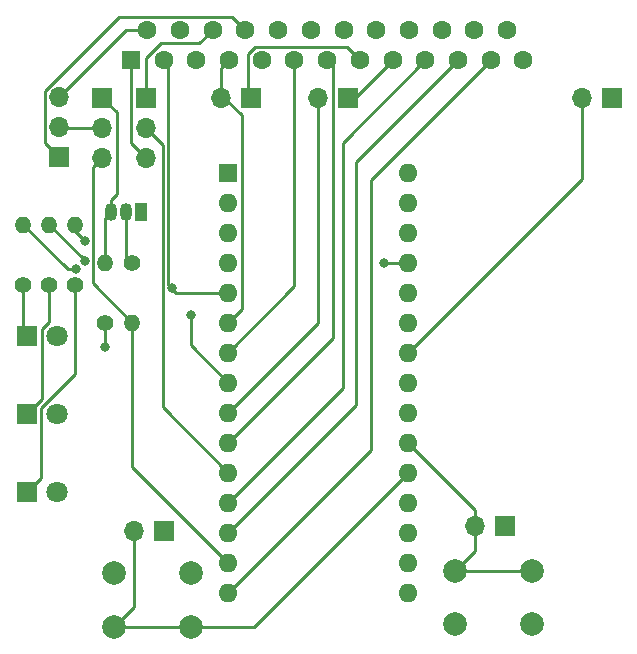
<source format=gbr>
%TF.GenerationSoftware,KiCad,Pcbnew,5.1.6-c6e7f7d~87~ubuntu20.04.1*%
%TF.CreationDate,2020-09-12T20:51:55+02:00*%
%TF.ProjectId,arduino-2-tb6560-4axis,61726475-696e-46f2-9d32-2d7462363536,rev?*%
%TF.SameCoordinates,Original*%
%TF.FileFunction,Copper,L1,Top*%
%TF.FilePolarity,Positive*%
%FSLAX46Y46*%
G04 Gerber Fmt 4.6, Leading zero omitted, Abs format (unit mm)*
G04 Created by KiCad (PCBNEW 5.1.6-c6e7f7d~87~ubuntu20.04.1) date 2020-09-12 20:51:55*
%MOMM*%
%LPD*%
G01*
G04 APERTURE LIST*
%TA.AperFunction,ComponentPad*%
%ADD10O,1.400000X1.400000*%
%TD*%
%TA.AperFunction,ComponentPad*%
%ADD11C,1.400000*%
%TD*%
%TA.AperFunction,ComponentPad*%
%ADD12C,1.800000*%
%TD*%
%TA.AperFunction,ComponentPad*%
%ADD13R,1.800000X1.800000*%
%TD*%
%TA.AperFunction,ComponentPad*%
%ADD14C,2.000000*%
%TD*%
%TA.AperFunction,ComponentPad*%
%ADD15O,1.700000X1.700000*%
%TD*%
%TA.AperFunction,ComponentPad*%
%ADD16R,1.700000X1.700000*%
%TD*%
%TA.AperFunction,ComponentPad*%
%ADD17R,1.050000X1.500000*%
%TD*%
%TA.AperFunction,ComponentPad*%
%ADD18O,1.050000X1.500000*%
%TD*%
%TA.AperFunction,ComponentPad*%
%ADD19C,1.600000*%
%TD*%
%TA.AperFunction,ComponentPad*%
%ADD20R,1.600000X1.600000*%
%TD*%
%TA.AperFunction,ComponentPad*%
%ADD21O,1.600000X1.600000*%
%TD*%
%TA.AperFunction,ViaPad*%
%ADD22C,0.800000*%
%TD*%
%TA.AperFunction,Conductor*%
%ADD23C,0.250000*%
%TD*%
G04 APERTURE END LIST*
D10*
%TO.P,R5,2*%
%TO.N,Z_STEP*%
X128701800Y-70472300D03*
D11*
%TO.P,R5,1*%
%TO.N,Net-(D3-Pad1)*%
X128701800Y-75552300D03*
%TD*%
D10*
%TO.P,R4,2*%
%TO.N,Y_STEP*%
X130886200Y-70472300D03*
D11*
%TO.P,R4,1*%
%TO.N,Net-(D2-Pad1)*%
X130886200Y-75552300D03*
%TD*%
D10*
%TO.P,R3,2*%
%TO.N,X_STEP*%
X133083300Y-70472300D03*
D11*
%TO.P,R3,1*%
%TO.N,Net-(D1-Pad1)*%
X133083300Y-75552300D03*
%TD*%
D12*
%TO.P,D3,2*%
%TO.N,GND*%
X131521200Y-79908400D03*
D13*
%TO.P,D3,1*%
%TO.N,Net-(D3-Pad1)*%
X128981200Y-79908400D03*
%TD*%
D12*
%TO.P,D2,2*%
%TO.N,GND*%
X131521200Y-86499700D03*
D13*
%TO.P,D2,1*%
%TO.N,Net-(D2-Pad1)*%
X128981200Y-86499700D03*
%TD*%
D12*
%TO.P,D1,2*%
%TO.N,GND*%
X131521200Y-93091000D03*
D13*
%TO.P,D1,1*%
%TO.N,Net-(D1-Pad1)*%
X128981200Y-93091000D03*
%TD*%
D14*
%TO.P,SW2,1*%
%TO.N,CYCLE_START_RESUME*%
X171777800Y-99771200D03*
%TO.P,SW2,2*%
%TO.N,GND*%
X171777800Y-104271200D03*
%TO.P,SW2,1*%
%TO.N,CYCLE_START_RESUME*%
X165277800Y-99771200D03*
%TO.P,SW2,2*%
%TO.N,GND*%
X165277800Y-104271200D03*
%TD*%
%TO.P,SW1,1*%
%TO.N,FEED_HOLD*%
X136387700Y-104482900D03*
%TO.P,SW1,2*%
%TO.N,GND*%
X136387700Y-99982900D03*
%TO.P,SW1,1*%
%TO.N,FEED_HOLD*%
X142887700Y-104482900D03*
%TO.P,SW1,2*%
%TO.N,GND*%
X142887700Y-99982900D03*
%TD*%
D15*
%TO.P,J9,2*%
%TO.N,CYCLE_START_RESUME*%
X166966900Y-95923100D03*
D16*
%TO.P,J9,1*%
%TO.N,GND*%
X169506900Y-95923100D03*
%TD*%
D15*
%TO.P,J8,2*%
%TO.N,FEED_HOLD*%
X138049000Y-96405700D03*
D16*
%TO.P,J8,1*%
%TO.N,GND*%
X140589000Y-96405700D03*
%TD*%
D15*
%TO.P,J7,3*%
%TO.N,SPINDLE_PWM*%
X135382000Y-64770000D03*
%TO.P,J7,2*%
%TO.N,SPINDLE_PWM_SELECT*%
X135382000Y-62230000D03*
D16*
%TO.P,J7,1*%
%TO.N,SPINDLE_PWM_INVERTED*%
X135382000Y-59690000D03*
%TD*%
D10*
%TO.P,R2,2*%
%TO.N,SPINDLE_PWM_INVERTED*%
X135636000Y-73660000D03*
D11*
%TO.P,R2,1*%
%TO.N,VCC*%
X135636000Y-78740000D03*
%TD*%
D10*
%TO.P,R1,2*%
%TO.N,SPINDLE_PWM*%
X137922000Y-78740000D03*
D11*
%TO.P,R1,1*%
%TO.N,Net-(Q1-Pad2)*%
X137922000Y-73660000D03*
%TD*%
D15*
%TO.P,J6,2*%
%TO.N,PROBE*%
X176022000Y-59690000D03*
D16*
%TO.P,J6,1*%
%TO.N,GND*%
X178562000Y-59690000D03*
%TD*%
D17*
%TO.P,Q1,1*%
%TO.N,GND*%
X138684000Y-69342000D03*
D18*
%TO.P,Q1,3*%
%TO.N,SPINDLE_PWM_INVERTED*%
X136144000Y-69342000D03*
%TO.P,Q1,2*%
%TO.N,Net-(Q1-Pad2)*%
X137414000Y-69342000D03*
%TD*%
D15*
%TO.P,J5,3*%
%TO.N,SPINDLE_ENABLE_14*%
X131711700Y-59664600D03*
%TO.P,J5,2*%
%TO.N,SPINDLE_PWM_SELECT*%
X131711700Y-62204600D03*
D16*
%TO.P,J5,1*%
%TO.N,SPINDLE_ENABLE_17*%
X131711700Y-64744600D03*
%TD*%
D15*
%TO.P,J4,2*%
%TO.N,Y_DIR*%
X153670000Y-59690000D03*
D16*
%TO.P,J4,1*%
%TO.N,A_DIR*%
X156210000Y-59690000D03*
%TD*%
D15*
%TO.P,J3,2*%
%TO.N,Y_STEP*%
X145415000Y-59690000D03*
D16*
%TO.P,J3,1*%
%TO.N,A_STEP*%
X147955000Y-59690000D03*
%TD*%
D15*
%TO.P,J2,3*%
%TO.N,DISABLE_STEPPER_1*%
X139065000Y-64770000D03*
%TO.P,J2,2*%
%TO.N,DISABLE_STEPPER*%
X139065000Y-62230000D03*
D16*
%TO.P,J2,1*%
%TO.N,DISABLE_STEPPER_16*%
X139065000Y-59690000D03*
%TD*%
D19*
%TO.P,J1,25*%
%TO.N,GND*%
X169650000Y-53975000D03*
%TO.P,J1,24*%
X166880000Y-53975000D03*
%TO.P,J1,23*%
X164110000Y-53975000D03*
%TO.P,J1,22*%
X161340000Y-53975000D03*
%TO.P,J1,21*%
X158570000Y-53975000D03*
%TO.P,J1,20*%
X155800000Y-53975000D03*
%TO.P,J1,19*%
X153030000Y-53975000D03*
%TO.P,J1,18*%
X150260000Y-53975000D03*
%TO.P,J1,17*%
%TO.N,SPINDLE_ENABLE_17*%
X147490000Y-53975000D03*
%TO.P,J1,16*%
%TO.N,DISABLE_STEPPER_16*%
X144720000Y-53975000D03*
%TO.P,J1,15*%
%TO.N,Net-(J1-Pad15)*%
X141950000Y-53975000D03*
%TO.P,J1,14*%
%TO.N,SPINDLE_ENABLE_14*%
X139180000Y-53975000D03*
%TO.P,J1,13*%
%TO.N,Net-(J1-Pad13)*%
X171035000Y-56515000D03*
%TO.P,J1,12*%
%TO.N,Z_LIMIT*%
X168265000Y-56515000D03*
%TO.P,J1,11*%
%TO.N,Y_LIMIT*%
X165495000Y-56515000D03*
%TO.P,J1,10*%
%TO.N,X_LIMIT*%
X162725000Y-56515000D03*
%TO.P,J1,9*%
%TO.N,A_DIR*%
X159955000Y-56515000D03*
%TO.P,J1,8*%
%TO.N,A_STEP*%
X157185000Y-56515000D03*
%TO.P,J1,7*%
%TO.N,Z_DIR*%
X154415000Y-56515000D03*
%TO.P,J1,6*%
%TO.N,Z_STEP*%
X151645000Y-56515000D03*
%TO.P,J1,5*%
%TO.N,Y_DIR*%
X148875000Y-56515000D03*
%TO.P,J1,4*%
%TO.N,Y_STEP*%
X146105000Y-56515000D03*
%TO.P,J1,3*%
%TO.N,X_DIR*%
X143335000Y-56515000D03*
%TO.P,J1,2*%
%TO.N,X_STEP*%
X140565000Y-56515000D03*
D20*
%TO.P,J1,1*%
%TO.N,DISABLE_STEPPER_1*%
X137795000Y-56515000D03*
%TD*%
D21*
%TO.P,A1,16*%
%TO.N,Net-(A1-Pad16)*%
X161290000Y-101600000D03*
%TO.P,A1,15*%
%TO.N,Z_LIMIT*%
X146050000Y-101600000D03*
%TO.P,A1,30*%
%TO.N,Net-(A1-Pad30)*%
X161290000Y-66040000D03*
%TO.P,A1,14*%
%TO.N,SPINDLE_PWM*%
X146050000Y-99060000D03*
%TO.P,A1,29*%
%TO.N,Net-(A1-Pad29)*%
X161290000Y-68580000D03*
%TO.P,A1,13*%
%TO.N,Y_LIMIT*%
X146050000Y-96520000D03*
%TO.P,A1,28*%
%TO.N,Net-(A1-Pad28)*%
X161290000Y-71120000D03*
%TO.P,A1,12*%
%TO.N,X_LIMIT*%
X146050000Y-93980000D03*
%TO.P,A1,27*%
%TO.N,VCC*%
X161290000Y-73660000D03*
%TO.P,A1,11*%
%TO.N,DISABLE_STEPPER*%
X146050000Y-91440000D03*
%TO.P,A1,26*%
%TO.N,Net-(A1-Pad26)*%
X161290000Y-76200000D03*
%TO.P,A1,10*%
%TO.N,Z_DIR*%
X146050000Y-88900000D03*
%TO.P,A1,25*%
%TO.N,Net-(A1-Pad25)*%
X161290000Y-78740000D03*
%TO.P,A1,9*%
%TO.N,Y_DIR*%
X146050000Y-86360000D03*
%TO.P,A1,24*%
%TO.N,PROBE*%
X161290000Y-81280000D03*
%TO.P,A1,8*%
%TO.N,X_DIR*%
X146050000Y-83820000D03*
%TO.P,A1,23*%
%TO.N,Net-(A1-Pad23)*%
X161290000Y-83820000D03*
%TO.P,A1,7*%
%TO.N,Z_STEP*%
X146050000Y-81280000D03*
%TO.P,A1,22*%
%TO.N,Net-(A1-Pad22)*%
X161290000Y-86360000D03*
%TO.P,A1,6*%
%TO.N,Y_STEP*%
X146050000Y-78740000D03*
%TO.P,A1,21*%
%TO.N,CYCLE_START_RESUME*%
X161290000Y-88900000D03*
%TO.P,A1,5*%
%TO.N,X_STEP*%
X146050000Y-76200000D03*
%TO.P,A1,20*%
%TO.N,FEED_HOLD*%
X161290000Y-91440000D03*
%TO.P,A1,4*%
%TO.N,GND*%
X146050000Y-73660000D03*
%TO.P,A1,19*%
%TO.N,Net-(A1-Pad19)*%
X161290000Y-93980000D03*
%TO.P,A1,3*%
%TO.N,Net-(A1-Pad3)*%
X146050000Y-71120000D03*
%TO.P,A1,18*%
%TO.N,Net-(A1-Pad18)*%
X161290000Y-96520000D03*
%TO.P,A1,2*%
%TO.N,Net-(A1-Pad2)*%
X146050000Y-68580000D03*
%TO.P,A1,17*%
%TO.N,Net-(A1-Pad17)*%
X161290000Y-99060000D03*
D20*
%TO.P,A1,1*%
%TO.N,Net-(A1-Pad1)*%
X146050000Y-66040000D03*
%TD*%
D22*
%TO.N,Y_DIR*%
X153670000Y-59690000D03*
%TO.N,X_DIR*%
X142875000Y-78105000D03*
%TO.N,Z_STEP*%
X133177579Y-74213394D03*
%TO.N,Y_STEP*%
X133885999Y-73507600D03*
%TO.N,X_STEP*%
X133885999Y-71818500D03*
X141244990Y-75793600D03*
%TO.N,VCC*%
X159258000Y-73660000D03*
X135636000Y-80772000D03*
%TD*%
D23*
%TO.N,Z_LIMIT*%
X158115000Y-66665000D02*
X168265000Y-56515000D01*
X158115000Y-89535000D02*
X158115000Y-86487000D01*
X158115000Y-86487000D02*
X158115000Y-86995000D01*
X146050000Y-101600000D02*
X158115000Y-89535000D01*
X158115000Y-66665000D02*
X158115000Y-86487000D01*
%TO.N,Y_LIMIT*%
X156845000Y-65165000D02*
X165495000Y-56515000D01*
X156845000Y-85725000D02*
X146050000Y-96520000D01*
X156845000Y-65165000D02*
X156845000Y-85725000D01*
%TO.N,X_LIMIT*%
X155740000Y-63500000D02*
X162725000Y-56515000D01*
X155740000Y-84290000D02*
X146050000Y-93980000D01*
X155740000Y-63500000D02*
X155740000Y-84290000D01*
%TO.N,DISABLE_STEPPER*%
X140519990Y-63684990D02*
X139065000Y-62230000D01*
X140519990Y-85909990D02*
X140519990Y-63684990D01*
X146050000Y-91440000D02*
X140519990Y-85909990D01*
%TO.N,Z_DIR*%
X154940000Y-57040000D02*
X154415000Y-56515000D01*
X154940000Y-80010000D02*
X154940000Y-57040000D01*
X146050000Y-88900000D02*
X154940000Y-80010000D01*
%TO.N,Y_DIR*%
X153670000Y-78740000D02*
X153670000Y-59690000D01*
X146050000Y-86360000D02*
X153670000Y-78740000D01*
%TO.N,X_DIR*%
X142875000Y-80645000D02*
X142875000Y-78105000D01*
X146050000Y-83820000D02*
X142875000Y-80645000D01*
%TO.N,Z_STEP*%
X151645000Y-75685000D02*
X146050000Y-81280000D01*
X151645000Y-56515000D02*
X151645000Y-75685000D01*
X132442894Y-74213394D02*
X133177579Y-74213394D01*
X128701800Y-70472300D02*
X132442894Y-74213394D01*
%TO.N,Y_STEP*%
X146050000Y-78740000D02*
X147175001Y-77614999D01*
X145669998Y-59690000D02*
X145415000Y-59690000D01*
X147175001Y-61195003D02*
X145669998Y-59690000D01*
X147175001Y-77614999D02*
X147175001Y-61195003D01*
X145415000Y-57205000D02*
X146105000Y-56515000D01*
X145415000Y-59690000D02*
X145415000Y-57205000D01*
X133885999Y-73472099D02*
X133885999Y-73507600D01*
X130886200Y-70472300D02*
X133885999Y-73472099D01*
%TO.N,X_STEP*%
X140335000Y-56745000D02*
X140565000Y-56515000D01*
X146050000Y-76200000D02*
X141605000Y-76200000D01*
X140970000Y-75565000D02*
X140970000Y-56920000D01*
X141605000Y-76200000D02*
X140970000Y-75565000D01*
X133083300Y-70472300D02*
X133083300Y-70888801D01*
X133083300Y-71015801D02*
X133885999Y-71818500D01*
X133083300Y-70472300D02*
X133083300Y-71015801D01*
%TO.N,DISABLE_STEPPER_16*%
X143594999Y-55100001D02*
X144720000Y-53975000D01*
X140314997Y-55100001D02*
X143594999Y-55100001D01*
X139065000Y-56349998D02*
X140314997Y-55100001D01*
X139065000Y-59690000D02*
X139065000Y-56349998D01*
%TO.N,DISABLE_STEPPER_1*%
X137160000Y-56515000D02*
X137795000Y-56515000D01*
X137795000Y-63500000D02*
X139065000Y-64770000D01*
X137795000Y-56515000D02*
X137795000Y-63500000D01*
%TO.N,A_DIR*%
X156780000Y-59690000D02*
X159955000Y-56515000D01*
X156210000Y-59690000D02*
X156780000Y-59690000D01*
%TO.N,A_STEP*%
X156059999Y-55389999D02*
X157185000Y-56515000D01*
X148334999Y-55389999D02*
X156059999Y-55389999D01*
X147749999Y-55974999D02*
X148334999Y-55389999D01*
X147749999Y-59484999D02*
X147749999Y-55974999D01*
X147955000Y-59690000D02*
X147749999Y-59484999D01*
%TO.N,SPINDLE_ENABLE_17*%
X146364999Y-52849999D02*
X147490000Y-53975000D01*
X130536699Y-59100599D02*
X136787299Y-52849999D01*
X136787299Y-52849999D02*
X146364999Y-52849999D01*
X130536699Y-63569599D02*
X130536699Y-59100599D01*
X131711700Y-64744600D02*
X130536699Y-63569599D01*
%TO.N,SPINDLE_ENABLE_14*%
X137401300Y-53975000D02*
X139180000Y-53975000D01*
X131711700Y-59664600D02*
X137401300Y-53975000D01*
%TO.N,SPINDLE_PWM*%
X146050000Y-99060000D02*
X137922000Y-90932000D01*
X137922000Y-84582000D02*
X137922000Y-79508998D01*
X137922000Y-90932000D02*
X137922000Y-84582000D01*
X137922000Y-84582000D02*
X137922000Y-78740000D01*
X134610999Y-65541001D02*
X135382000Y-64770000D01*
X134610999Y-75428999D02*
X134610999Y-65541001D01*
X137922000Y-78740000D02*
X134610999Y-75428999D01*
%TO.N,VCC*%
X159258000Y-73660000D02*
X161290000Y-73660000D01*
X135636000Y-80772000D02*
X135636000Y-78740000D01*
%TO.N,Net-(Q1-Pad2)*%
X137414000Y-73152000D02*
X137414000Y-69342000D01*
X137922000Y-73660000D02*
X137414000Y-73152000D01*
%TO.N,PROBE*%
X176022000Y-66548000D02*
X176022000Y-59690000D01*
X161290000Y-81280000D02*
X176022000Y-66548000D01*
%TO.N,SPINDLE_PWM_SELECT*%
X131737100Y-62230000D02*
X131711700Y-62204600D01*
X135382000Y-62230000D02*
X131737100Y-62230000D01*
%TO.N,SPINDLE_PWM_INVERTED*%
X135636000Y-69850000D02*
X136144000Y-69342000D01*
X135636000Y-73660000D02*
X135636000Y-69850000D01*
X136594010Y-60902010D02*
X135382000Y-59690000D01*
X136594010Y-67891990D02*
X136594010Y-60902010D01*
X136144000Y-68342000D02*
X136594010Y-67891990D01*
X136144000Y-69342000D02*
X136144000Y-68342000D01*
%TO.N,CYCLE_START_RESUME*%
X166966900Y-94576900D02*
X166966900Y-95923100D01*
X161290000Y-88900000D02*
X166966900Y-94576900D01*
X166966900Y-98082100D02*
X165277800Y-99771200D01*
X166966900Y-95923100D02*
X166966900Y-98082100D01*
X165277800Y-99771200D02*
X171777800Y-99771200D01*
%TO.N,FEED_HOLD*%
X148247100Y-104482900D02*
X161290000Y-91440000D01*
X142887700Y-104482900D02*
X148247100Y-104482900D01*
X142887700Y-104482900D02*
X136387700Y-104482900D01*
X138049000Y-102821600D02*
X138049000Y-96405700D01*
X136387700Y-104482900D02*
X138049000Y-102821600D01*
%TO.N,Net-(D1-Pad1)*%
X130206201Y-91865999D02*
X128981200Y-93091000D01*
X130206201Y-86001697D02*
X130206201Y-91865999D01*
X133083300Y-83124598D02*
X130206201Y-86001697D01*
X133083300Y-75552300D02*
X133083300Y-83124598D01*
%TO.N,Net-(D2-Pad1)*%
X130296199Y-85184701D02*
X128981200Y-86499700D01*
X130296199Y-79320399D02*
X130296199Y-85184701D01*
X130886200Y-78730398D02*
X130296199Y-79320399D01*
X130886200Y-75552300D02*
X130886200Y-78730398D01*
%TO.N,Net-(D3-Pad1)*%
X128701800Y-79629000D02*
X128981200Y-79908400D01*
X128701800Y-75552300D02*
X128701800Y-79629000D01*
%TD*%
M02*

</source>
